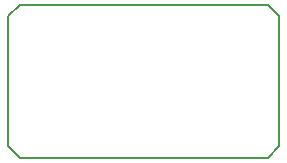
<source format=gbr>
G04 #@! TF.GenerationSoftware,KiCad,Pcbnew,(5.0.0)*
G04 #@! TF.CreationDate,2018-10-11T09:42:50+01:00*
G04 #@! TF.ProjectId,scroll,7363726F6C6C2E6B696361645F706362,rev?*
G04 #@! TF.SameCoordinates,Original*
G04 #@! TF.FileFunction,Profile,NP*
%FSLAX46Y46*%
G04 Gerber Fmt 4.6, Leading zero omitted, Abs format (unit mm)*
G04 Created by KiCad (PCBNEW (5.0.0)) date 10/11/18 09:42:50*
%MOMM*%
%LPD*%
G01*
G04 APERTURE LIST*
%ADD10C,0.150000*%
G04 APERTURE END LIST*
D10*
X123000000Y-86000000D02*
X144000000Y-86000000D01*
X122000000Y-87000000D02*
X123000000Y-86000000D01*
X122000000Y-98000000D02*
X122000000Y-87000000D01*
X123000000Y-99000000D02*
X122000000Y-98000000D01*
X144000000Y-99000000D02*
X123000000Y-99000000D01*
X145000000Y-98000000D02*
X144000000Y-99000000D01*
X145000000Y-87000000D02*
X145000000Y-98000000D01*
X144000000Y-86000000D02*
X145000000Y-87000000D01*
M02*

</source>
